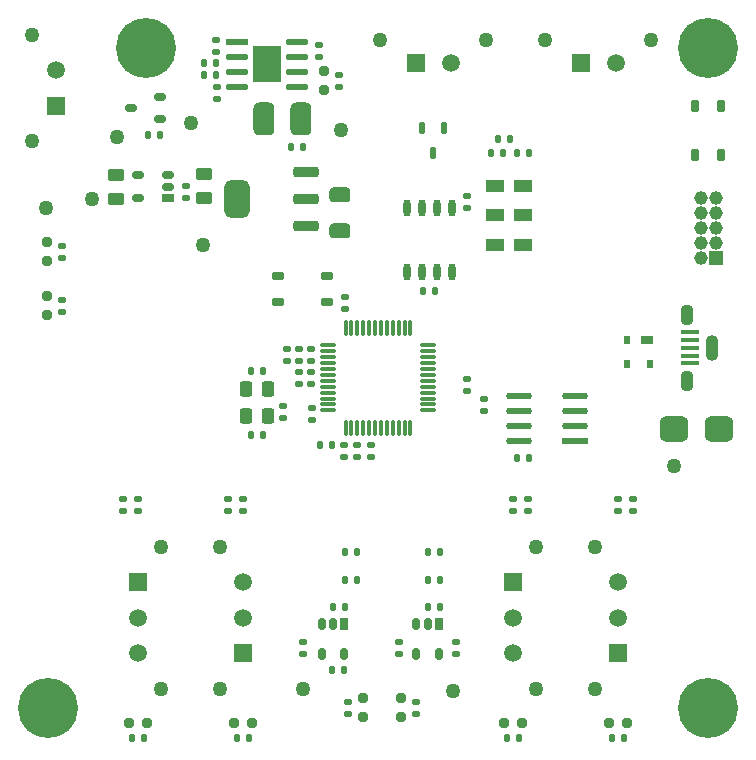
<source format=gbr>
%TF.GenerationSoftware,Altium Limited,Altium Designer,24.5.2 (23)*%
G04 Layer_Color=255*
%FSLAX45Y45*%
%MOMM*%
%TF.SameCoordinates,627A3E5C-85DC-498E-B9C8-82595492641C*%
%TF.FilePolarity,Positive*%
%TF.FileFunction,Pads,Top*%
%TF.Part,Single*%
G01*
G75*
%TA.AperFunction,SMDPad,CuDef*%
%ADD10C,1.27000*%
%ADD11R,1.60000X1.00000*%
G04:AMPARAMS|DCode=12|XSize=2.15mm|YSize=2.45mm|CornerRadius=0.5375mm|HoleSize=0mm|Usage=FLASHONLY|Rotation=270.000|XOffset=0mm|YOffset=0mm|HoleType=Round|Shape=RoundedRectangle|*
%AMROUNDEDRECTD12*
21,1,2.15000,1.37500,0,0,270.0*
21,1,1.07500,2.45000,0,0,270.0*
1,1,1.07500,-0.68750,-0.53750*
1,1,1.07500,-0.68750,0.53750*
1,1,1.07500,0.68750,0.53750*
1,1,1.07500,0.68750,-0.53750*
%
%ADD12ROUNDEDRECTD12*%
%ADD13R,1.92006X0.58213*%
G04:AMPARAMS|DCode=14|XSize=1.92006mm|YSize=0.58213mm|CornerRadius=0.29107mm|HoleSize=0mm|Usage=FLASHONLY|Rotation=0.000|XOffset=0mm|YOffset=0mm|HoleType=Round|Shape=RoundedRectangle|*
%AMROUNDEDRECTD14*
21,1,1.92006,0.00000,0,0,0.0*
21,1,1.33793,0.58213,0,0,0.0*
1,1,0.58213,0.66896,0.00000*
1,1,0.58213,-0.66896,0.00000*
1,1,0.58213,-0.66896,0.00000*
1,1,0.58213,0.66896,0.00000*
%
%ADD14ROUNDEDRECTD14*%
%ADD15R,2.40000X3.10000*%
G04:AMPARAMS|DCode=16|XSize=0.7mm|YSize=1mm|CornerRadius=0.175mm|HoleSize=0mm|Usage=FLASHONLY|Rotation=0.000|XOffset=0mm|YOffset=0mm|HoleType=Round|Shape=RoundedRectangle|*
%AMROUNDEDRECTD16*
21,1,0.70000,0.65000,0,0,0.0*
21,1,0.35000,1.00000,0,0,0.0*
1,1,0.35000,0.17500,-0.32500*
1,1,0.35000,-0.17500,-0.32500*
1,1,0.35000,-0.17500,0.32500*
1,1,0.35000,0.17500,0.32500*
%
%ADD16ROUNDEDRECTD16*%
%ADD17R,0.70000X1.00000*%
G04:AMPARAMS|DCode=18|XSize=1.05mm|YSize=0.65mm|CornerRadius=0.1625mm|HoleSize=0mm|Usage=FLASHONLY|Rotation=0.000|XOffset=0mm|YOffset=0mm|HoleType=Round|Shape=RoundedRectangle|*
%AMROUNDEDRECTD18*
21,1,1.05000,0.32500,0,0,0.0*
21,1,0.72500,0.65000,0,0,0.0*
1,1,0.32500,0.36250,-0.16250*
1,1,0.32500,-0.36250,-0.16250*
1,1,0.32500,-0.36250,0.16250*
1,1,0.32500,0.36250,0.16250*
%
%ADD18ROUNDEDRECTD18*%
G04:AMPARAMS|DCode=19|XSize=1.05mm|YSize=0.65mm|CornerRadius=0.1625mm|HoleSize=0mm|Usage=FLASHONLY|Rotation=270.000|XOffset=0mm|YOffset=0mm|HoleType=Round|Shape=RoundedRectangle|*
%AMROUNDEDRECTD19*
21,1,1.05000,0.32500,0,0,270.0*
21,1,0.72500,0.65000,0,0,270.0*
1,1,0.32500,-0.16250,-0.36250*
1,1,0.32500,-0.16250,0.36250*
1,1,0.32500,0.16250,0.36250*
1,1,0.32500,0.16250,-0.36250*
%
%ADD19ROUNDEDRECTD19*%
%ADD20R,0.60000X0.70000*%
G04:AMPARAMS|DCode=21|XSize=0.508mm|YSize=0.635mm|CornerRadius=0.127mm|HoleSize=0mm|Usage=FLASHONLY|Rotation=270.000|XOffset=0mm|YOffset=0mm|HoleType=Round|Shape=RoundedRectangle|*
%AMROUNDEDRECTD21*
21,1,0.50800,0.38100,0,0,270.0*
21,1,0.25400,0.63500,0,0,270.0*
1,1,0.25400,-0.19050,-0.12700*
1,1,0.25400,-0.19050,0.12700*
1,1,0.25400,0.19050,0.12700*
1,1,0.25400,0.19050,-0.12700*
%
%ADD21ROUNDEDRECTD21*%
G04:AMPARAMS|DCode=22|XSize=1.27mm|YSize=1.778mm|CornerRadius=0.3175mm|HoleSize=0mm|Usage=FLASHONLY|Rotation=90.000|XOffset=0mm|YOffset=0mm|HoleType=Round|Shape=RoundedRectangle|*
%AMROUNDEDRECTD22*
21,1,1.27000,1.14300,0,0,90.0*
21,1,0.63500,1.77800,0,0,90.0*
1,1,0.63500,0.57150,0.31750*
1,1,0.63500,0.57150,-0.31750*
1,1,0.63500,-0.57150,-0.31750*
1,1,0.63500,-0.57150,0.31750*
%
%ADD22ROUNDEDRECTD22*%
G04:AMPARAMS|DCode=23|XSize=0.508mm|YSize=0.635mm|CornerRadius=0.127mm|HoleSize=0mm|Usage=FLASHONLY|Rotation=0.000|XOffset=0mm|YOffset=0mm|HoleType=Round|Shape=RoundedRectangle|*
%AMROUNDEDRECTD23*
21,1,0.50800,0.38100,0,0,0.0*
21,1,0.25400,0.63500,0,0,0.0*
1,1,0.25400,0.12700,-0.19050*
1,1,0.25400,-0.12700,-0.19050*
1,1,0.25400,-0.12700,0.19050*
1,1,0.25400,0.12700,0.19050*
%
%ADD23ROUNDEDRECTD23*%
G04:AMPARAMS|DCode=24|XSize=0.9mm|YSize=2.15mm|CornerRadius=0.225mm|HoleSize=0mm|Usage=FLASHONLY|Rotation=270.000|XOffset=0mm|YOffset=0mm|HoleType=Round|Shape=RoundedRectangle|*
%AMROUNDEDRECTD24*
21,1,0.90000,1.70000,0,0,270.0*
21,1,0.45000,2.15000,0,0,270.0*
1,1,0.45000,-0.85000,-0.22500*
1,1,0.45000,-0.85000,0.22500*
1,1,0.45000,0.85000,0.22500*
1,1,0.45000,0.85000,-0.22500*
%
%ADD24ROUNDEDRECTD24*%
G04:AMPARAMS|DCode=25|XSize=3.2mm|YSize=2.15mm|CornerRadius=0.5375mm|HoleSize=0mm|Usage=FLASHONLY|Rotation=270.000|XOffset=0mm|YOffset=0mm|HoleType=Round|Shape=RoundedRectangle|*
%AMROUNDEDRECTD25*
21,1,3.20000,1.07500,0,0,270.0*
21,1,2.12500,2.15000,0,0,270.0*
1,1,1.07500,-0.53750,-1.06250*
1,1,1.07500,-0.53750,1.06250*
1,1,1.07500,0.53750,1.06250*
1,1,1.07500,0.53750,-1.06250*
%
%ADD25ROUNDEDRECTD25*%
G04:AMPARAMS|DCode=26|XSize=0.7mm|YSize=1mm|CornerRadius=0.175mm|HoleSize=0mm|Usage=FLASHONLY|Rotation=270.000|XOffset=0mm|YOffset=0mm|HoleType=Round|Shape=RoundedRectangle|*
%AMROUNDEDRECTD26*
21,1,0.70000,0.65000,0,0,270.0*
21,1,0.35000,1.00000,0,0,270.0*
1,1,0.35000,-0.32500,-0.17500*
1,1,0.35000,-0.32500,0.17500*
1,1,0.35000,0.32500,0.17500*
1,1,0.35000,0.32500,-0.17500*
%
%ADD26ROUNDEDRECTD26*%
G04:AMPARAMS|DCode=27|XSize=0.8mm|YSize=0.8mm|CornerRadius=0.2mm|HoleSize=0mm|Usage=FLASHONLY|Rotation=270.000|XOffset=0mm|YOffset=0mm|HoleType=Round|Shape=RoundedRectangle|*
%AMROUNDEDRECTD27*
21,1,0.80000,0.40000,0,0,270.0*
21,1,0.40000,0.80000,0,0,270.0*
1,1,0.40000,-0.20000,-0.20000*
1,1,0.40000,-0.20000,0.20000*
1,1,0.40000,0.20000,0.20000*
1,1,0.40000,0.20000,-0.20000*
%
%ADD27ROUNDEDRECTD27*%
%ADD28R,2.17406X0.55213*%
G04:AMPARAMS|DCode=29|XSize=2.17406mm|YSize=0.55213mm|CornerRadius=0.27606mm|HoleSize=0mm|Usage=FLASHONLY|Rotation=180.000|XOffset=0mm|YOffset=0mm|HoleType=Round|Shape=RoundedRectangle|*
%AMROUNDEDRECTD29*
21,1,2.17406,0.00000,0,0,180.0*
21,1,1.62193,0.55213,0,0,180.0*
1,1,0.55213,-0.81097,0.00000*
1,1,0.55213,0.81097,0.00000*
1,1,0.55213,0.81097,0.00000*
1,1,0.55213,-0.81097,0.00000*
%
%ADD29ROUNDEDRECTD29*%
%ADD30O,0.30000X1.45000*%
%ADD31O,1.45000X0.30000*%
G04:AMPARAMS|DCode=32|XSize=1.3mm|YSize=1.1mm|CornerRadius=0.275mm|HoleSize=0mm|Usage=FLASHONLY|Rotation=270.000|XOffset=0mm|YOffset=0mm|HoleType=Round|Shape=RoundedRectangle|*
%AMROUNDEDRECTD32*
21,1,1.30000,0.55000,0,0,270.0*
21,1,0.75000,1.10000,0,0,270.0*
1,1,0.55000,-0.27500,-0.37500*
1,1,0.55000,-0.27500,0.37500*
1,1,0.55000,0.27500,0.37500*
1,1,0.55000,0.27500,-0.37500*
%
%ADD32ROUNDEDRECTD32*%
G04:AMPARAMS|DCode=33|XSize=1.778mm|YSize=2.794mm|CornerRadius=0.4445mm|HoleSize=0mm|Usage=FLASHONLY|Rotation=0.000|XOffset=0mm|YOffset=0mm|HoleType=Round|Shape=RoundedRectangle|*
%AMROUNDEDRECTD33*
21,1,1.77800,1.90500,0,0,0.0*
21,1,0.88900,2.79400,0,0,0.0*
1,1,0.88900,0.44450,-0.95250*
1,1,0.88900,-0.44450,-0.95250*
1,1,0.88900,-0.44450,0.95250*
1,1,0.88900,0.44450,0.95250*
%
%ADD33ROUNDEDRECTD33*%
%ADD34R,1.00000X0.70000*%
%ADD35O,0.60000X1.45000*%
%ADD36R,1.50000X0.44800*%
G04:AMPARAMS|DCode=37|XSize=0.986mm|YSize=0.59mm|CornerRadius=0.1475mm|HoleSize=0mm|Usage=FLASHONLY|Rotation=270.000|XOffset=0mm|YOffset=0mm|HoleType=Round|Shape=RoundedRectangle|*
%AMROUNDEDRECTD37*
21,1,0.98600,0.29500,0,0,270.0*
21,1,0.69101,0.59000,0,0,270.0*
1,1,0.29500,-0.14750,-0.34550*
1,1,0.29500,-0.14750,0.34550*
1,1,0.29500,0.14750,0.34550*
1,1,0.29500,0.14750,-0.34550*
%
%ADD37ROUNDEDRECTD37*%
%ADD38R,1.00000X0.70000*%
G04:AMPARAMS|DCode=39|XSize=0.8mm|YSize=0.8mm|CornerRadius=0.2mm|HoleSize=0mm|Usage=FLASHONLY|Rotation=180.000|XOffset=0mm|YOffset=0mm|HoleType=Round|Shape=RoundedRectangle|*
%AMROUNDEDRECTD39*
21,1,0.80000,0.40000,0,0,180.0*
21,1,0.40000,0.80000,0,0,180.0*
1,1,0.40000,-0.20000,0.20000*
1,1,0.40000,0.20000,0.20000*
1,1,0.40000,0.20000,-0.20000*
1,1,0.40000,-0.20000,-0.20000*
%
%ADD39ROUNDEDRECTD39*%
G04:AMPARAMS|DCode=40|XSize=1.016mm|YSize=1.397mm|CornerRadius=0.254mm|HoleSize=0mm|Usage=FLASHONLY|Rotation=270.000|XOffset=0mm|YOffset=0mm|HoleType=Round|Shape=RoundedRectangle|*
%AMROUNDEDRECTD40*
21,1,1.01600,0.88900,0,0,270.0*
21,1,0.50800,1.39700,0,0,270.0*
1,1,0.50800,-0.44450,-0.25400*
1,1,0.50800,-0.44450,0.25400*
1,1,0.50800,0.44450,0.25400*
1,1,0.50800,0.44450,-0.25400*
%
%ADD40ROUNDEDRECTD40*%
%TA.AperFunction,ViaPad*%
%ADD53C,5.08000*%
%TA.AperFunction,ComponentPad*%
%ADD54C,1.52000*%
%ADD55C,1.27000*%
%ADD56R,1.52000X1.52000*%
%ADD57R,1.15800X1.15800*%
%ADD58C,1.15800*%
%ADD59R,1.52000X1.52000*%
%ADD60O,1.10000X2.20000*%
%ADD61O,1.10000X1.80000*%
D10*
X3810000Y523240D02*
D03*
X2537460Y543560D02*
D03*
X5676900Y2425700D02*
D03*
X750570Y4687570D02*
D03*
X1694180Y4302760D02*
D03*
X2865120Y5275580D02*
D03*
X365760Y4610100D02*
D03*
X1587500Y5334000D02*
D03*
X967740Y5212080D02*
D03*
D11*
X4165600Y4800600D02*
D03*
Y4550600D02*
D03*
Y4300600D02*
D03*
X4405600Y4800600D02*
D03*
X4405600Y4550600D02*
D03*
X4405600Y4300600D02*
D03*
D12*
X6057900Y2743200D02*
D03*
X5676900D02*
D03*
D13*
X1981200Y6019800D02*
D03*
D14*
X1981200Y5892800D02*
D03*
Y5765800D02*
D03*
X2489200D02*
D03*
Y5892800D02*
D03*
X2489200Y6019800D02*
D03*
Y5638800D02*
D03*
X1981200Y5638800D02*
D03*
D15*
X2235200Y5829300D02*
D03*
D16*
X2794000Y1090200D02*
D03*
X2699000D02*
D03*
Y840200D02*
D03*
X2889000Y840200D02*
D03*
X3689100Y840200D02*
D03*
X3499100Y840200D02*
D03*
Y1090200D02*
D03*
X3594100Y1090200D02*
D03*
D17*
X2889000Y1090200D02*
D03*
X3689100Y1090200D02*
D03*
D18*
X2739880Y3819340D02*
D03*
X2324880D02*
D03*
X2739880Y4034340D02*
D03*
X2324880D02*
D03*
D19*
X5861500Y5063000D02*
D03*
Y5478000D02*
D03*
X6076500Y5063000D02*
D03*
Y5478000D02*
D03*
D20*
X5284720Y3495980D02*
D03*
X5284720Y3295980D02*
D03*
X5474720D02*
D03*
D21*
X2603500Y3416300D02*
D03*
Y3314700D02*
D03*
X2677160Y5892800D02*
D03*
X2677160Y5994400D02*
D03*
X1803400Y6032500D02*
D03*
Y5930901D02*
D03*
X2844800Y5638800D02*
D03*
Y5740400D02*
D03*
X3111500Y2501900D02*
D03*
Y2603500D02*
D03*
X1808480Y5537200D02*
D03*
Y5638800D02*
D03*
X5334000Y2146300D02*
D03*
Y2044700D02*
D03*
X3931920Y3060700D02*
D03*
Y3162299D02*
D03*
X4069080Y2999740D02*
D03*
Y2898141D02*
D03*
X2540000Y939800D02*
D03*
Y838200D02*
D03*
X3352800Y939800D02*
D03*
Y838200D02*
D03*
X2372360Y2933700D02*
D03*
Y2832100D02*
D03*
X495300Y4292600D02*
D03*
Y4191000D02*
D03*
Y3835400D02*
D03*
Y3733800D02*
D03*
X2921000Y330200D02*
D03*
Y431800D02*
D03*
X3492500Y330200D02*
D03*
Y431800D02*
D03*
X1143000Y2146300D02*
D03*
Y2044700D02*
D03*
X1016000Y2146300D02*
D03*
Y2044700D02*
D03*
X2032000Y2146300D02*
D03*
Y2044700D02*
D03*
X1905000Y2146300D02*
D03*
Y2044700D02*
D03*
X4318000Y2146300D02*
D03*
Y2044700D02*
D03*
X4445000Y2146300D02*
D03*
Y2044700D02*
D03*
X5207000Y2146300D02*
D03*
Y2044700D02*
D03*
X2501900Y3124200D02*
D03*
Y3225800D02*
D03*
X2603500Y3124200D02*
D03*
Y3225800D02*
D03*
X2400300Y3314700D02*
D03*
Y3416300D02*
D03*
X3931920Y4714240D02*
D03*
Y4612640D02*
D03*
X2616200Y2819400D02*
D03*
Y2921000D02*
D03*
X2898140Y3860800D02*
D03*
Y3759200D02*
D03*
X2882900Y2501900D02*
D03*
Y2603500D02*
D03*
X3835400Y939800D02*
D03*
Y838200D02*
D03*
X2997200Y2501900D02*
D03*
Y2603500D02*
D03*
X2501900Y3416300D02*
D03*
Y3314700D02*
D03*
X1549400Y4800600D02*
D03*
Y4699000D02*
D03*
D22*
X2849880Y4721860D02*
D03*
Y4417060D02*
D03*
D23*
X2435860Y5133340D02*
D03*
X2537460D02*
D03*
X1328420Y5227320D02*
D03*
X1226820D02*
D03*
X1701800Y5740400D02*
D03*
X1803400D02*
D03*
X1803400Y5842000D02*
D03*
X1701801Y5842000D02*
D03*
X2197693Y3233239D02*
D03*
X2096093D02*
D03*
X2197693Y2694424D02*
D03*
X2096093D02*
D03*
X2895600Y1701800D02*
D03*
X2997200D02*
D03*
X3695700Y1460500D02*
D03*
X3594101D02*
D03*
X3695699Y1701800D02*
D03*
X3594100D02*
D03*
X4348481Y5080000D02*
D03*
X4450080D02*
D03*
X4236720Y5082540D02*
D03*
X4135120D02*
D03*
X1092200Y127000D02*
D03*
X1193800D02*
D03*
X1981200D02*
D03*
X2082800D02*
D03*
X4368800D02*
D03*
X4267200D02*
D03*
X5257800D02*
D03*
X5156200D02*
D03*
X2895600Y1460500D02*
D03*
X2997199D02*
D03*
X3553460Y3911600D02*
D03*
X3655059D02*
D03*
X4193540Y5196840D02*
D03*
X4295140Y5196840D02*
D03*
X2794000Y1231900D02*
D03*
X2895600D02*
D03*
X2781300Y698500D02*
D03*
X2882900D02*
D03*
X2679700Y2603500D02*
D03*
X2781300D02*
D03*
X3594101Y1231900D02*
D03*
X3695700D02*
D03*
X4455160Y2494280D02*
D03*
X4353560D02*
D03*
D24*
X2568340Y4458840D02*
D03*
X2568340Y4688840D02*
D03*
X2568340Y4918840D02*
D03*
D25*
X1983340Y4688840D02*
D03*
D26*
X1326500Y5366000D02*
D03*
X1326500Y5556000D02*
D03*
X1086500Y5461000D02*
D03*
X1146999Y4699000D02*
D03*
X1147000Y4889000D02*
D03*
X1397000D02*
D03*
Y4794000D02*
D03*
D27*
X2717800Y5609600D02*
D03*
Y5769600D02*
D03*
X368300Y4321800D02*
D03*
Y4161800D02*
D03*
Y3864601D02*
D03*
Y3704600D02*
D03*
X3048000Y301000D02*
D03*
Y461000D02*
D03*
X3365500Y301000D02*
D03*
Y461000D02*
D03*
D28*
X4839087Y2639060D02*
D03*
D29*
Y2766060D02*
D03*
Y2893060D02*
D03*
Y3020060D02*
D03*
X4365873D02*
D03*
Y2893060D02*
D03*
Y2766060D02*
D03*
Y2639060D02*
D03*
D30*
X2900000Y3597500D02*
D03*
X2950000D02*
D03*
X3000000D02*
D03*
X3050000D02*
D03*
X3100000D02*
D03*
X3150000Y3597500D02*
D03*
X3200000D02*
D03*
X3250000Y3597500D02*
D03*
X3300000D02*
D03*
X3350000D02*
D03*
X3400000D02*
D03*
X3450000D02*
D03*
Y2752500D02*
D03*
X3400000D02*
D03*
X3350000D02*
D03*
X3300000D02*
D03*
X3250000D02*
D03*
X3200000D02*
D03*
X3150000D02*
D03*
X3100000D02*
D03*
X3050000D02*
D03*
X3000000D02*
D03*
X2950000D02*
D03*
X2900000D02*
D03*
D31*
X3597500Y3450000D02*
D03*
Y3400000D02*
D03*
Y3350000D02*
D03*
Y3300000D02*
D03*
Y3250000D02*
D03*
X3597500Y3200000D02*
D03*
Y3150000D02*
D03*
X3597500Y3100000D02*
D03*
Y3050000D02*
D03*
Y3000000D02*
D03*
Y2950000D02*
D03*
Y2900000D02*
D03*
X2752500D02*
D03*
Y2950000D02*
D03*
Y3000000D02*
D03*
Y3050000D02*
D03*
Y3100000D02*
D03*
X2752500Y3150000D02*
D03*
Y3200000D02*
D03*
X2752500Y3250000D02*
D03*
Y3300000D02*
D03*
Y3350000D02*
D03*
Y3400000D02*
D03*
Y3450000D02*
D03*
D32*
X2240485Y3078832D02*
D03*
Y2848832D02*
D03*
X2060485D02*
D03*
Y3078832D02*
D03*
D33*
X2208530Y5367020D02*
D03*
X2526030D02*
D03*
D34*
X1397000Y4699000D02*
D03*
D35*
X3416300Y4070900D02*
D03*
X3543300D02*
D03*
X3670300D02*
D03*
X3797300D02*
D03*
X3416300Y4615900D02*
D03*
X3543300D02*
D03*
X3670300D02*
D03*
X3797300D02*
D03*
D36*
X5816600Y3559000D02*
D03*
Y3299000D02*
D03*
Y3494000D02*
D03*
Y3364000D02*
D03*
Y3429000D02*
D03*
D37*
X3737360Y5289640D02*
D03*
X3547360D02*
D03*
X3642360Y5078640D02*
D03*
D38*
X5454720Y3495980D02*
D03*
D39*
X1223000Y254000D02*
D03*
X1063000D02*
D03*
X2112000D02*
D03*
X1952000D02*
D03*
X4238000D02*
D03*
X4398000D02*
D03*
X5127000D02*
D03*
X5287000D02*
D03*
D40*
X1701800Y4902200D02*
D03*
X1701800Y4699000D02*
D03*
X960120Y4892040D02*
D03*
Y4688840D02*
D03*
D53*
X1206500Y5969000D02*
D03*
X5969000D02*
D03*
Y381000D02*
D03*
X381000D02*
D03*
D54*
X2032000Y1443000D02*
D03*
Y1143000D02*
D03*
X444500Y5778500D02*
D03*
X5189500Y5842000D02*
D03*
X3792500D02*
D03*
X1143000Y1143000D02*
D03*
Y843000D02*
D03*
X4318000Y1143000D02*
D03*
Y843000D02*
D03*
X5207000Y1143000D02*
D03*
Y1443000D02*
D03*
D55*
X1836000Y1743000D02*
D03*
Y543000D02*
D03*
X248500Y5178500D02*
D03*
Y6078500D02*
D03*
X4589500Y6038000D02*
D03*
X5489500Y6038000D02*
D03*
X3192500Y6038000D02*
D03*
X4092500D02*
D03*
X1339000Y1743000D02*
D03*
Y543000D02*
D03*
X4514000Y1743000D02*
D03*
Y543000D02*
D03*
X5011000Y543000D02*
D03*
Y1743000D02*
D03*
D56*
X2032000Y843000D02*
D03*
X444500Y5478500D02*
D03*
X1143000Y1443000D02*
D03*
X4318000D02*
D03*
X5207000Y843000D02*
D03*
D57*
X6032500Y4191000D02*
D03*
D58*
Y4318000D02*
D03*
Y4572000D02*
D03*
X6032500Y4699000D02*
D03*
X5905501Y4191000D02*
D03*
X5905500Y4318001D02*
D03*
X5905500Y4445000D02*
D03*
X5905500Y4572000D02*
D03*
Y4699000D02*
D03*
X6032500Y4445000D02*
D03*
D59*
X4889500Y5842000D02*
D03*
X3492500D02*
D03*
D60*
X6006600Y3429000D02*
D03*
D61*
X5791600Y3709000D02*
D03*
Y3149000D02*
D03*
%TF.MD5,346d103ef61c6f404d806521d9c68446*%
M02*

</source>
